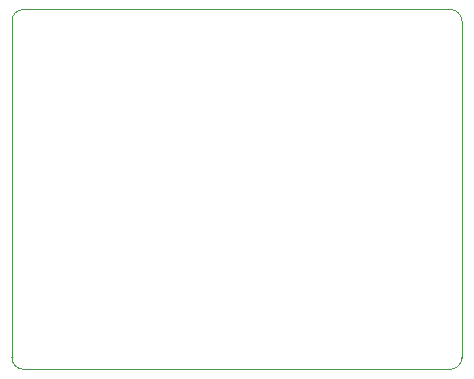
<source format=gko>
G04*
G04 #@! TF.GenerationSoftware,Altium Limited,Altium Designer,18.1.7 (191)*
G04*
G04 Layer_Color=16711935*
%FSLAX25Y25*%
%MOIN*%
G70*
G01*
G75*
%ADD14C,0.00400*%
D14*
X-1063Y65000D02*
G03*
X-5000Y61063I0J-3937D01*
G01*
Y-51063D02*
G03*
X-1063Y-55000I3937J0D01*
G01*
X141063D02*
G03*
X145000Y-51063I0J3937D01*
G01*
Y61063D02*
G03*
X141063Y65000I-3937J0D01*
G01*
X145000Y-51063D02*
X145000Y61063D01*
X-1063Y-55000D02*
X141063D01*
X-5000Y61063D02*
X-5000Y-51063D01*
X-1063Y65000D02*
X141063D01*
M02*

</source>
